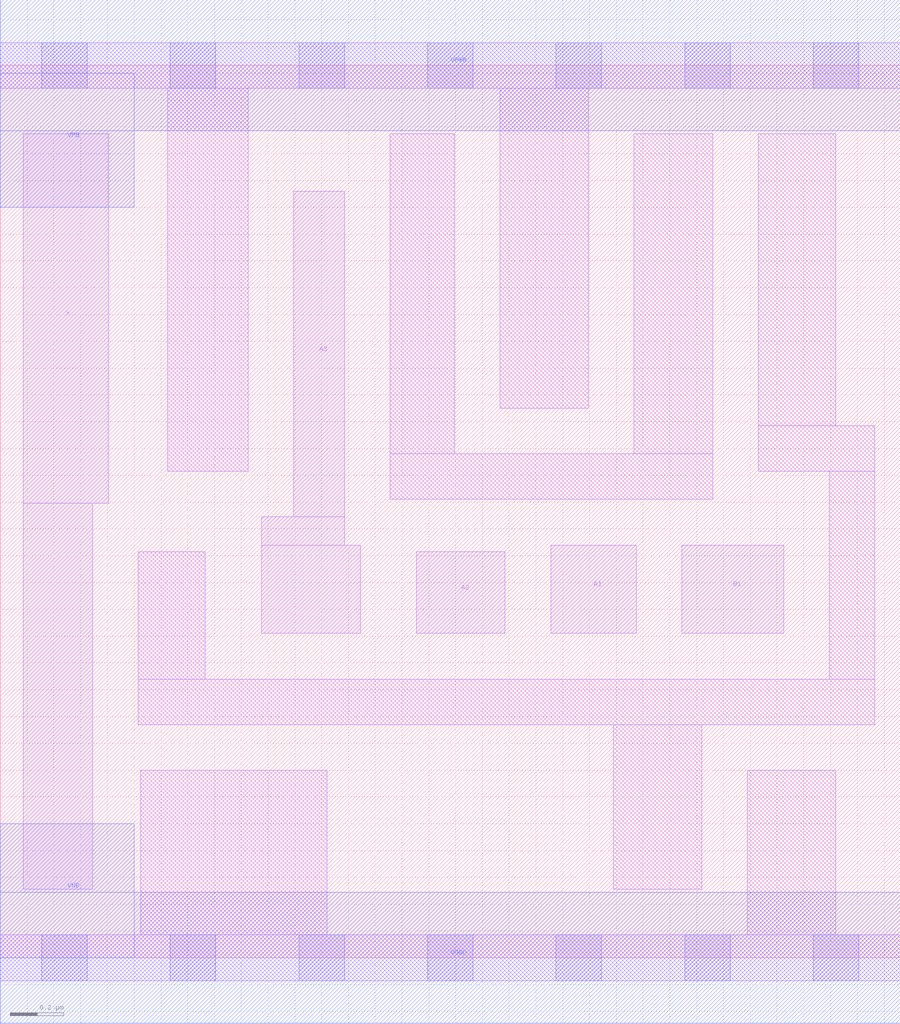
<source format=lef>
# Copyright 2020 The SkyWater PDK Authors
#
# Licensed under the Apache License, Version 2.0 (the "License");
# you may not use this file except in compliance with the License.
# You may obtain a copy of the License at
#
#     https://www.apache.org/licenses/LICENSE-2.0
#
# Unless required by applicable law or agreed to in writing, software
# distributed under the License is distributed on an "AS IS" BASIS,
# WITHOUT WARRANTIES OR CONDITIONS OF ANY KIND, either express or implied.
# See the License for the specific language governing permissions and
# limitations under the License.
#
# SPDX-License-Identifier: Apache-2.0

VERSION 5.5 ;
NAMESCASESENSITIVE ON ;
BUSBITCHARS "[]" ;
DIVIDERCHAR "/" ;
MACRO sky130_fd_sc_lp__a31o_1
  CLASS CORE ;
  SOURCE USER ;
  ORIGIN  0.000000  0.000000 ;
  SIZE  3.360000 BY  3.330000 ;
  SYMMETRY X Y R90 ;
  SITE unit ;
  PIN A1
    ANTENNAGATEAREA  0.315000 ;
    DIRECTION INPUT ;
    USE SIGNAL ;
    PORT
      LAYER li1 ;
        RECT 2.055000 1.210000 2.375000 1.540000 ;
    END
  END A1
  PIN A2
    ANTENNAGATEAREA  0.315000 ;
    DIRECTION INPUT ;
    USE SIGNAL ;
    PORT
      LAYER li1 ;
        RECT 1.555000 1.210000 1.885000 1.515000 ;
    END
  END A2
  PIN A3
    ANTENNAGATEAREA  0.315000 ;
    DIRECTION INPUT ;
    USE SIGNAL ;
    PORT
      LAYER li1 ;
        RECT 0.975000 1.210000 1.345000 1.540000 ;
        RECT 0.975000 1.540000 1.285000 1.645000 ;
        RECT 1.095000 1.645000 1.285000 2.860000 ;
    END
  END A3
  PIN B1
    ANTENNAGATEAREA  0.315000 ;
    DIRECTION INPUT ;
    USE SIGNAL ;
    PORT
      LAYER li1 ;
        RECT 2.545000 1.210000 2.925000 1.540000 ;
    END
  END B1
  PIN X
    ANTENNADIFFAREA  0.556500 ;
    DIRECTION OUTPUT ;
    USE SIGNAL ;
    PORT
      LAYER li1 ;
        RECT 0.085000 0.255000 0.345000 1.695000 ;
        RECT 0.085000 1.695000 0.405000 3.075000 ;
    END
  END X
  PIN VGND
    DIRECTION INOUT ;
    USE GROUND ;
    PORT
      LAYER met1 ;
        RECT 0.000000 -0.245000 3.360000 0.245000 ;
    END
  END VGND
  PIN VNB
    DIRECTION INOUT ;
    USE GROUND ;
    PORT
      LAYER met1 ;
        RECT 0.000000 0.000000 0.500000 0.500000 ;
    END
  END VNB
  PIN VPB
    DIRECTION INOUT ;
    USE POWER ;
    PORT
      LAYER met1 ;
        RECT 0.000000 2.800000 0.500000 3.300000 ;
    END
  END VPB
  PIN VPWR
    DIRECTION INOUT ;
    USE POWER ;
    PORT
      LAYER met1 ;
        RECT 0.000000 3.085000 3.360000 3.575000 ;
    END
  END VPWR
  OBS
    LAYER li1 ;
      RECT 0.000000 -0.085000 3.360000 0.085000 ;
      RECT 0.000000  3.245000 3.360000 3.415000 ;
      RECT 0.515000  0.870000 3.265000 1.040000 ;
      RECT 0.515000  1.040000 0.765000 1.515000 ;
      RECT 0.525000  0.085000 1.220000 0.700000 ;
      RECT 0.625000  1.815000 0.925000 3.245000 ;
      RECT 1.455000  1.710000 2.660000 1.880000 ;
      RECT 1.455000  1.880000 1.695000 3.075000 ;
      RECT 1.865000  2.050000 2.195000 3.245000 ;
      RECT 2.290000  0.255000 2.620000 0.870000 ;
      RECT 2.365000  1.880000 2.660000 3.075000 ;
      RECT 2.790000  0.085000 3.120000 0.700000 ;
      RECT 2.830000  1.815000 3.265000 1.985000 ;
      RECT 2.830000  1.985000 3.120000 3.075000 ;
      RECT 3.095000  1.040000 3.265000 1.815000 ;
    LAYER mcon ;
      RECT 0.155000 -0.085000 0.325000 0.085000 ;
      RECT 0.155000  3.245000 0.325000 3.415000 ;
      RECT 0.635000 -0.085000 0.805000 0.085000 ;
      RECT 0.635000  3.245000 0.805000 3.415000 ;
      RECT 1.115000 -0.085000 1.285000 0.085000 ;
      RECT 1.115000  3.245000 1.285000 3.415000 ;
      RECT 1.595000 -0.085000 1.765000 0.085000 ;
      RECT 1.595000  3.245000 1.765000 3.415000 ;
      RECT 2.075000 -0.085000 2.245000 0.085000 ;
      RECT 2.075000  3.245000 2.245000 3.415000 ;
      RECT 2.555000 -0.085000 2.725000 0.085000 ;
      RECT 2.555000  3.245000 2.725000 3.415000 ;
      RECT 3.035000 -0.085000 3.205000 0.085000 ;
      RECT 3.035000  3.245000 3.205000 3.415000 ;
  END
END sky130_fd_sc_lp__a31o_1
END LIBRARY

</source>
